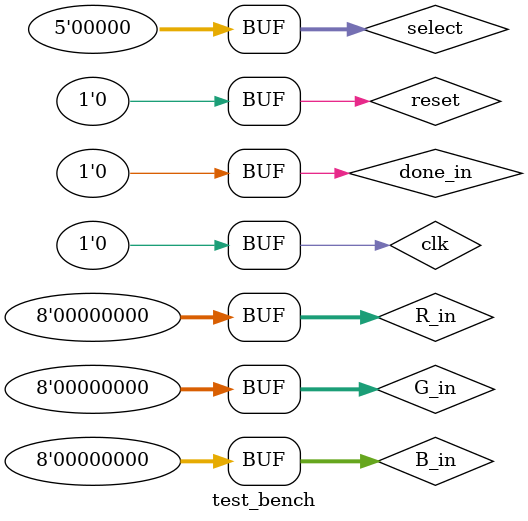
<source format=v>
`timescale 1ns / 1ps


module test_bench;

	// Inputs
	reg clk;
	reg reset;
	reg [7:0] R_in;
	reg [7:0] G_in;
	reg [7:0] B_in;
	reg [4:0] select;
	reg done_in;

	// Outputs
	wire done_out;
	wire [7:0] R_out;
	wire [7:0] G_out;
	wire [7:0] B_out;

	// Instantiate the Unit Under Test (UUT)
	image_processor uut (
		.clk(clk), 
		.reset(reset), 
		.R_in(R_in), 
		.G_in(G_in), 
		.B_in(B_in), 
		.select(select), 
		.done_in(done_in), 
		.done_out(done_out), 
		.R_out(R_out), 
		.G_out(G_out), 
		.B_out(B_out)
	);
	
	image bram (
	    .clka(clk),
		 .rsta(rsta),
		 .ena(ena),
		 .wea(wea),
		 .addra(addra),
		 .dina(dina),.
		 douta(douta)
	);

	initial begin
		// Initialize Inputs
		clk = 0;
		reset = 0;
		R_in = 0;
		G_in = 0;
		B_in = 0;
		select = 0;
		done_in = 0;

		// Wait 100 ns for global reset to finish
		#100;
        
		// Add stimulus here

	end
      
endmodule


</source>
